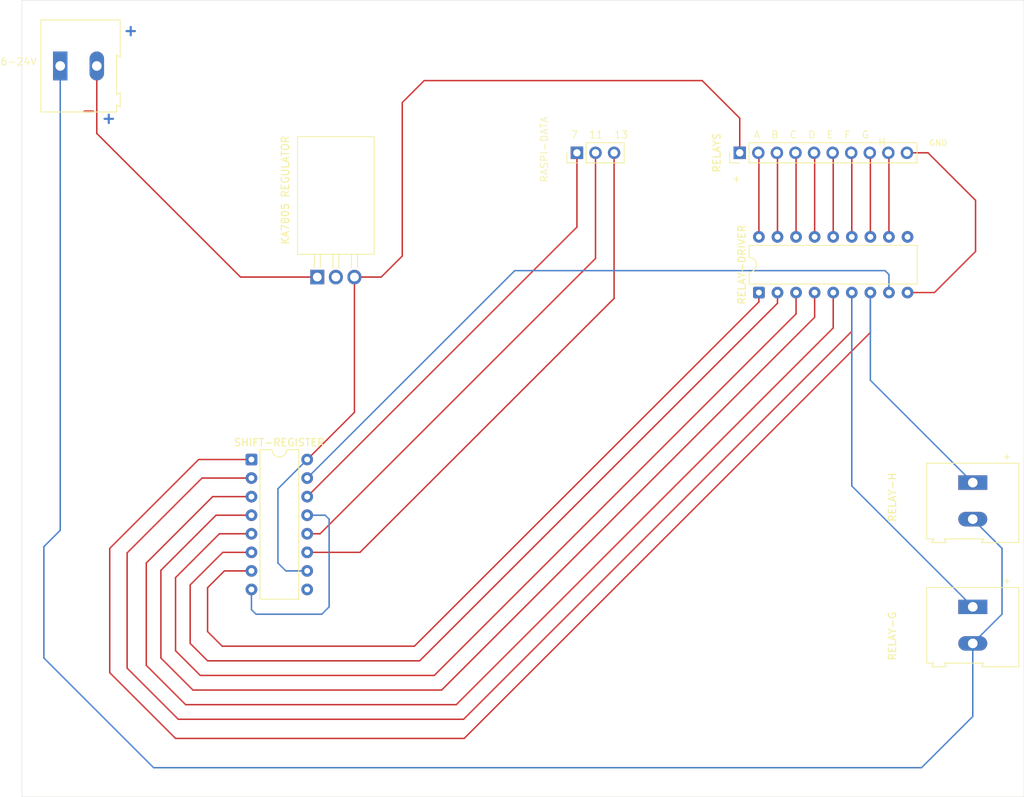
<source format=kicad_pcb>
(kicad_pcb (version 20241229) (generator "pcbnew") (generator_version "9.0")
  (layers (0 "F.Cu" signal) (2 "B.Cu" signal) (13 "F.Paste" user) (15 "B.Paste" user) (5 "F.SilkS" user "F.Silkscreen") (7 "B.SilkS" user "B.Silkscreen") (1 "F.Mask" user) (3 "B.Mask" user) (25 "Edge.Cuts" user))
  (net 0 "")
  (footprint "Package_DIP:CERDIP-16_W7.62mm_SideBrazed" (layer "F.Cu") (at 55.38 85.84)
    (property "Reference" "SHIFT-REGISTER" (at 3.81 -2.33 0) (layer "F.SilkS"))
    (property "Value" "Shift-Register-1")
    (fp_line (start 1.16 -1.33) (end 1.16 19.11) (stroke (width 0.12)) (layer "F.SilkS"))
    (fp_line (start 1.16 19.11) (end 6.46 19.11) (stroke (width 0.12)) (layer "F.SilkS"))
    (fp_line (start 2.81 -1.33) (end 1.16 -1.33) (stroke (width 0.12)) (layer "F.SilkS"))
    (fp_line (start 6.46 -1.33) (end 4.81 -1.33) (stroke (width 0.12)) (layer "F.SilkS"))
    (fp_line (start 6.46 19.11) (end 6.46 -1.33) (stroke (width 0.12)) (layer "F.SilkS"))
    (fp_arc (start 4.81 -1.33) (mid 3.81 -0.33) (end 2.81 -1.33) (stroke (width 0.12)) (layer "F.SilkS"))
    (pad "1" thru_hole roundrect (at 0 0) (size 1.6 1.6) (drill 0.8) (layers "*.Cu" "*.Mask") (roundrect_rratio 0.15625))
    (pad "2" thru_hole circle (at 0 2.54) (size 1.6 1.6) (drill 0.8) (layers "*.Cu" "*.Mask"))
    (pad "3" thru_hole circle (at 0 5.08) (size 1.6 1.6) (drill 0.8) (layers "*.Cu" "*.Mask"))
    (pad "4" thru_hole circle (at 0 7.62) (size 1.6 1.6) (drill 0.8) (layers "*.Cu" "*.Mask"))
    (pad "5" thru_hole circle (at 0 10.16) (size 1.6 1.6) (drill 0.8) (layers "*.Cu" "*.Mask"))
    (pad "6" thru_hole circle (at 0 12.7) (size 1.6 1.6) (drill 0.8) (layers "*.Cu" "*.Mask"))
    (pad "7" thru_hole circle (at 0 15.24) (size 1.6 1.6) (drill 0.8) (layers "*.Cu" "*.Mask"))
    (pad "8" thru_hole circle (at 0 17.78) (size 1.6 1.6) (drill 0.8) (layers "*.Cu" "*.Mask"))
    (pad "9" thru_hole circle (at 7.62 17.78) (size 1.6 1.6) (drill 0.8) (layers "*.Cu" "*.Mask"))
    (pad "10" thru_hole circle (at 7.62 15.24) (size 1.6 1.6) (drill 0.8) (layers "*.Cu" "*.Mask"))
    (pad "11" thru_hole circle (at 7.62 12.7) (size 1.6 1.6) (drill 0.8) (layers "*.Cu" "*.Mask"))
    (pad "12" thru_hole circle (at 7.62 10.16) (size 1.6 1.6) (drill 0.8) (layers "*.Cu" "*.Mask"))
    (pad "13" thru_hole circle (at 7.62 7.62) (size 1.6 1.6) (drill 0.8) (layers "*.Cu" "*.Mask"))
    (pad "14" thru_hole circle (at 7.62 5.08) (size 1.6 1.6) (drill 0.8) (layers "*.Cu" "*.Mask"))
    (pad "15" thru_hole circle (at 7.62 2.54) (size 1.6 1.6) (drill 0.8) (layers "*.Cu" "*.Mask"))
    (pad "16" thru_hole circle (at 7.62 0) (size 1.6 1.6) (drill 0.8) (layers "*.Cu" "*.Mask"))
  )
  (footprint "Package_TO_SOT_THT:TO-220F-3_Horizontal_TabDown" (layer "F.Cu") (at 64.38 60.88)
    (property "Reference" "KA7805 REGULATOR" (at -4.38 -11.88 90) (layer "F.SilkS"))
    (property "Value" "TO-220F-3_Horizontal_TabDown")
    (fp_line (start -2.7 -19.21) (end 7.78 -19.21) (stroke (width 0.12)) (layer "F.SilkS"))
    (fp_line (start -2.7 -3.12) (end -2.7 -19.21) (stroke (width 0.12)) (layer "F.SilkS"))
    (fp_line (start -2.7 -3.12) (end 7.78 -3.12) (stroke (width 0.12)) (layer "F.SilkS"))
    (fp_line (start -0.41 -3.12) (end -0.41 -1.26) (stroke (width 0.12)) (layer "F.SilkS"))
    (fp_line (start 0.41 -3.12) (end 0.41 -1.26) (stroke (width 0.12)) (layer "F.SilkS"))
    (fp_line (start 2.13 -3.12) (end 2.13 -1.26) (stroke (width 0.12)) (layer "F.SilkS"))
    (fp_line (start 2.95 -3.12) (end 2.95 -1.26) (stroke (width 0.12)) (layer "F.SilkS"))
    (fp_line (start 4.67 -3.12) (end 4.67 -1.26) (stroke (width 0.12)) (layer "F.SilkS"))
    (fp_line (start 5.49 -3.12) (end 5.49 -1.26) (stroke (width 0.12)) (layer "F.SilkS"))
    (fp_line (start 7.78 -3.12) (end 7.78 -19.21) (stroke (width 0.12)) (layer "F.SilkS"))
    (pad "" np_thru_hole circle (at 2.54 -15.8) (size 3.5 3.5) (drill 3.5) (layers "*.Cu" "*.Mask"))
    (pad "1" thru_hole rect (at 0 0) (size 1.905 2) (drill 1.2) (layers "*.Cu" "*.Mask"))
    (pad "2" thru_hole oval (at 2.54 0) (size 1.905 2) (drill 1.2) (layers "*.Cu" "*.Mask"))
    (pad "3" thru_hole oval (at 5.08 0) (size 1.905 2) (drill 1.2) (layers "*.Cu" "*.Mask"))
  )
  (footprint "TerminalBlock:TerminalBlock_Altech_AK300-2_P5.00mm" (layer "F.Cu") (at 154 106 -90)
    (property "Reference" "RELAY-G" (at 4 11 90) (layer "F.SilkS"))
    (property "Value" "TerminalBlock_Altech_AK300-2_P5.00mm")
    (fp_line (start -2.65 6.3) (end 7.7 6.3) (stroke (width 0.12)) (layer "F.SilkS"))
    (fp_line (start 7.7 6.3) (end 7.7 5.35) (stroke (width 0.12)) (layer "F.SilkS"))
    (fp_line (start 8.2 5.6) (end 8.2 3.7) (stroke (width 0.12)) (layer "F.SilkS"))
    (fp_line (start 7.7 5.35) (end 8.2 5.6) (stroke (width 0.12)) (layer "F.SilkS"))
    (fp_line (start 7.7 3.9) (end 7.7 -1.5) (stroke (width 0.12)) (layer "F.SilkS"))
    (fp_line (start 8.2 3.7) (end 8.2 3.65) (stroke (width 0.12)) (layer "F.SilkS"))
    (fp_line (start 8.2 3.65) (end 7.7 3.9) (stroke (width 0.12)) (layer "F.SilkS"))
    (fp_line (start 8.2 -1.2) (end 8.2 -6.3) (stroke (width 0.12)) (layer "F.SilkS"))
    (fp_line (start 7.7 -1.5) (end 8.2 -1.2) (stroke (width 0.12)) (layer "F.SilkS"))
    (fp_line (start -2.65 -6.3) (end -2.65 6.3) (stroke (width 0.12)) (layer "F.SilkS"))
    (fp_line (start 8.2 -6.3) (end -2.65 -6.3) (stroke (width 0.12)) (layer "F.SilkS"))
    (pad "1" thru_hole rect (at 0 0 270) (size 1.98 3.96) (drill 1.32) (layers "*.Cu" "*.Mask"))
    (pad "2" thru_hole oval (at 5 0 270) (size 1.98 3.96) (drill 1.32) (layers "*.Cu" "*.Mask"))
  )
  (footprint "TerminalBlock:TerminalBlock_Altech_AK300-2_P5.00mm" (layer "F.Cu") (at 29.235 32)
    (property "Reference" "5-12V" (hide yes))
    (property "Value" "PWR")
    (fp_line (start -2.65 -6.3) (end -2.65 6.3) (stroke (width 0.12)) (layer "F.SilkS"))
    (fp_line (start -2.65 6.3) (end 7.7 6.3) (stroke (width 0.12)) (layer "F.SilkS"))
    (fp_line (start 7.7 -1.5) (end 8.2 -1.2) (stroke (width 0.12)) (layer "F.SilkS"))
    (fp_line (start 7.7 3.9) (end 7.7 -1.5) (stroke (width 0.12)) (layer "F.SilkS"))
    (fp_line (start 7.7 5.35) (end 8.2 5.6) (stroke (width 0.12)) (layer "F.SilkS"))
    (fp_line (start 7.7 6.3) (end 7.7 5.35) (stroke (width 0.12)) (layer "F.SilkS"))
    (fp_line (start 8.2 -6.3) (end -2.65 -6.3) (stroke (width 0.12)) (layer "F.SilkS"))
    (fp_line (start 8.2 -1.2) (end 8.2 -6.3) (stroke (width 0.12)) (layer "F.SilkS"))
    (fp_line (start 8.2 3.65) (end 7.7 3.9) (stroke (width 0.12)) (layer "F.SilkS"))
    (fp_line (start 8.2 3.7) (end 8.2 3.65) (stroke (width 0.12)) (layer "F.SilkS"))
    (fp_line (start 8.2 5.6) (end 8.2 3.7) (stroke (width 0.12)) (layer "F.SilkS"))
    (pad "1" thru_hole rect (at 0 0) (size 1.98 3.96) (drill 1.32) (layers "*.Cu" "*.Mask"))
    (pad "2" thru_hole oval (at 5 0) (size 1.98 3.96) (drill 1.32) (layers "*.Cu" "*.Mask"))
  )
  (footprint "Connector_PinHeader_2.54mm:PinHeader_1x10_P2.54mm_Vertical" (layer "F.Cu") (at 122.14 43.88 90)
    (property "Reference" "RELAYS" (at 0 -3.14 90) (layer "F.SilkS"))
    (property "Value" "Relay-Board")
    (fp_line (start -1.38 -1.38) (end 0 -1.38) (stroke (width 0.12)) (layer "F.SilkS"))
    (fp_line (start -1.38 0) (end -1.38 -1.38) (stroke (width 0.12)) (layer "F.SilkS"))
    (fp_line (start 1.38 1.27) (end 1.38 24.24) (stroke (width 0.12)) (layer "F.SilkS"))
    (fp_line (start -1.38 1.27) (end 1.38 1.27) (stroke (width 0.12)) (layer "F.SilkS"))
    (fp_line (start -1.38 1.27) (end -1.38 24.24) (stroke (width 0.12)) (layer "F.SilkS"))
    (fp_line (start -1.38 24.24) (end 1.38 24.24) (stroke (width 0.12)) (layer "F.SilkS"))
    (pad "1" thru_hole rect (at 0 0 90) (size 1.7 1.7) (drill 1) (layers "*.Cu" "*.Mask"))
    (pad "2" thru_hole circle (at 0 2.54 90) (size 1.7 1.7) (drill 1) (layers "*.Cu" "*.Mask"))
    (pad "3" thru_hole circle (at 0 5.08 90) (size 1.7 1.7) (drill 1) (layers "*.Cu" "*.Mask"))
    (pad "4" thru_hole circle (at 0 7.62 90) (size 1.7 1.7) (drill 1) (layers "*.Cu" "*.Mask"))
    (pad "5" thru_hole circle (at 0 10.16 90) (size 1.7 1.7) (drill 1) (layers "*.Cu" "*.Mask"))
    (pad "6" thru_hole circle (at 0 12.7 90) (size 1.7 1.7) (drill 1) (layers "*.Cu" "*.Mask"))
    (pad "7" thru_hole circle (at 0 15.24 90) (size 1.7 1.7) (drill 1) (layers "*.Cu" "*.Mask"))
    (pad "8" thru_hole circle (at 0 17.78 90) (size 1.7 1.7) (drill 1) (layers "*.Cu" "*.Mask"))
    (pad "9" thru_hole circle (at 0 20.32 90) (size 1.7 1.7) (drill 1) (layers "*.Cu" "*.Mask"))
    (pad "10" thru_hole circle (at 0 22.86 90) (size 1.7 1.7) (drill 1) (layers "*.Cu" "*.Mask"))
  )
  (footprint "Connector_PinHeader_2.54mm:PinHeader_1x03_P2.54mm_Vertical" (layer "F.Cu") (at 99.88 43.88 90)
    (property "Reference" "REF**" (hide yes))
    (property "Value" "Raspi-Data")
    (fp_line (start -1.38 -1.38) (end 0 -1.38) (stroke (width 0.12)) (layer "F.SilkS"))
    (fp_line (start -1.38 0) (end -1.38 -1.38) (stroke (width 0.12)) (layer "F.SilkS"))
    (fp_line (start 1.38 1.27) (end 1.38 6.46) (stroke (width 0.12)) (layer "F.SilkS"))
    (fp_line (start -1.38 1.27) (end 1.38 1.27) (stroke (width 0.12)) (layer "F.SilkS"))
    (fp_line (start -1.38 1.27) (end -1.38 6.46) (stroke (width 0.12)) (layer "F.SilkS"))
    (fp_line (start -1.38 6.46) (end 1.38 6.46) (stroke (width 0.12)) (layer "F.SilkS"))
    (pad "1" thru_hole rect (at 0 0 90) (size 1.7 1.7) (drill 1) (layers "*.Cu" "*.Mask"))
    (pad "2" thru_hole circle (at 0 2.54 90) (size 1.7 1.7) (drill 1) (layers "*.Cu" "*.Mask"))
    (pad "3" thru_hole circle (at 0 5.08 90) (size 1.7 1.7) (drill 1) (layers "*.Cu" "*.Mask"))
  )
  (footprint "TerminalBlock:TerminalBlock_Altech_AK300-2_P5.00mm" (layer "F.Cu") (at 154 89 -90)
    (property "Reference" "RELAY-H" (at 2 11 90) (layer "F.SilkS"))
    (property "Value" "TerminalBlock_Altech_AK300-2_P5.00mm")
    (fp_line (start -2.65 6.3) (end 7.7 6.3) (stroke (width 0.12)) (layer "F.SilkS"))
    (fp_line (start 7.7 6.3) (end 7.7 5.35) (stroke (width 0.12)) (layer "F.SilkS"))
    (fp_line (start 8.2 5.6) (end 8.2 3.7) (stroke (width 0.12)) (layer "F.SilkS"))
    (fp_line (start 7.7 5.35) (end 8.2 5.6) (stroke (width 0.12)) (layer "F.SilkS"))
    (fp_line (start 7.7 3.9) (end 7.7 -1.5) (stroke (width 0.12)) (layer "F.SilkS"))
    (fp_line (start 8.2 3.7) (end 8.2 3.65) (stroke (width 0.12)) (layer "F.SilkS"))
    (fp_line (start 8.2 3.65) (end 7.7 3.9) (stroke (width 0.12)) (layer "F.SilkS"))
    (fp_line (start 8.2 -1.2) (end 8.2 -6.3) (stroke (width 0.12)) (layer "F.SilkS"))
    (fp_line (start 7.7 -1.5) (end 8.2 -1.2) (stroke (width 0.12)) (layer "F.SilkS"))
    (fp_line (start -2.65 -6.3) (end -2.65 6.3) (stroke (width 0.12)) (layer "F.SilkS"))
    (fp_line (start 8.2 -6.3) (end -2.65 -6.3) (stroke (width 0.12)) (layer "F.SilkS"))
    (pad "1" thru_hole rect (at 0 0 270) (size 1.98 3.96) (drill 1.32) (layers "*.Cu" "*.Mask"))
    (pad "2" thru_hole oval (at 5 0 270) (size 1.98 3.96) (drill 1.32) (layers "*.Cu" "*.Mask"))
  )
  (footprint "Package_DIP:CERDIP-18_W7.62mm_SideBrazed" (layer "F.Cu") (at 124.76 63 90)
    (property "Reference" "RELAY-DRIVER" (at 3.81 -2.33 90) (layer "F.SilkS"))
    (property "Value" "Relay-Driver-ULN2803")
    (fp_line (start 6.46 -1.33) (end 4.81 -1.33) (stroke (width 0.12)) (layer "F.SilkS"))
    (fp_line (start 2.81 -1.33) (end 1.16 -1.33) (stroke (width 0.12)) (layer "F.SilkS"))
    (fp_line (start 1.16 -1.33) (end 1.16 21.65) (stroke (width 0.12)) (layer "F.SilkS"))
    (fp_line (start 6.46 21.65) (end 6.46 -1.33) (stroke (width 0.12)) (layer "F.SilkS"))
    (fp_line (start 1.16 21.65) (end 6.46 21.65) (stroke (width 0.12)) (layer "F.SilkS"))
    (fp_arc (start 4.81 -1.33) (mid 3.81 -0.33) (end 2.81 -1.33) (stroke (width 0.12)) (layer "F.SilkS"))
    (pad "1" thru_hole roundrect (at 0 0 90) (size 1.6 1.6) (drill 0.8) (layers "*.Cu" "*.Mask") (roundrect_rratio 0.15625))
    (pad "2" thru_hole circle (at 0 2.54 90) (size 1.6 1.6) (drill 0.8) (layers "*.Cu" "*.Mask"))
    (pad "3" thru_hole circle (at 0 5.08 90) (size 1.6 1.6) (drill 0.8) (layers "*.Cu" "*.Mask"))
    (pad "4" thru_hole circle (at 0 7.62 90) (size 1.6 1.6) (drill 0.8) (layers "*.Cu" "*.Mask"))
    (pad "5" thru_hole circle (at 0 10.16 90) (size 1.6 1.6) (drill 0.8) (layers "*.Cu" "*.Mask"))
    (pad "6" thru_hole circle (at 0 12.7 90) (size 1.6 1.6) (drill 0.8) (layers "*.Cu" "*.Mask"))
    (pad "7" thru_hole circle (at 0 15.24 90) (size 1.6 1.6) (drill 0.8) (layers "*.Cu" "*.Mask"))
    (pad "8" thru_hole circle (at 0 17.78 90) (size 1.6 1.6) (drill 0.8) (layers "*.Cu" "*.Mask"))
    (pad "9" thru_hole circle (at 0 20.32 90) (size 1.6 1.6) (drill 0.8) (layers "*.Cu" "*.Mask"))
    (pad "10" thru_hole circle (at 7.62 20.32 90) (size 1.6 1.6) (drill 0.8) (layers "*.Cu" "*.Mask"))
    (pad "11" thru_hole circle (at 7.62 17.78 90) (size 1.6 1.6) (drill 0.8) (layers "*.Cu" "*.Mask"))
    (pad "12" thru_hole circle (at 7.62 15.24 90) (size 1.6 1.6) (drill 0.8) (layers "*.Cu" "*.Mask"))
    (pad "13" thru_hole circle (at 7.62 12.7 90) (size 1.6 1.6) (drill 0.8) (layers "*.Cu" "*.Mask"))
    (pad "14" thru_hole circle (at 7.62 10.16 90) (size 1.6 1.6) (drill 0.8) (layers "*.Cu" "*.Mask"))
    (pad "15" thru_hole circle (at 7.62 7.62 90) (size 1.6 1.6) (drill 0.8) (layers "*.Cu" "*.Mask"))
    (pad "16" thru_hole circle (at 7.62 5.08 90) (size 1.6 1.6) (drill 0.8) (layers "*.Cu" "*.Mask"))
    (pad "17" thru_hole circle (at 7.62 2.54 90) (size 1.6 1.6) (drill 0.8) (layers "*.Cu" "*.Mask"))
    (pad "18" thru_hole circle (at 7.62 0 90) (size 1.6 1.6) (drill 0.8) (layers "*.Cu" "*.Mask"))
  )
  (gr_rect (start 24 23) (end 161 132) (stroke (width 0.05)) (fill no) (layer "Edge.Cuts"))
  (gr_text "-" (at 32 39 0) (layer "F.Cu") (effects (font (size 1.5 1.5) (thickness 0.3) (bold yes)) (justify left bottom)))
  (gr_text "+" (at 37 40 0) (layer "B.Cu") (effects (font (size 1.5 1.5) (thickness 0.3) (bold yes)) (justify left bottom mirror)))
  (gr_text "+" (at 40 28 0) (layer "B.Cu") (effects (font (size 1.5 1.5) (thickness 0.3) (bold yes)) (justify left bottom mirror)))
  (gr_text "6-24V" (at 21 32 0) (layer "F.SilkS") (effects (font (size 1 1) (thickness 0.1)) (justify left bottom)))
  (gr_text "GND" (at 148 43 0) (layer "F.SilkS") (effects (font (size 0.8 0.8) (thickness 0.1)) (justify left bottom)))
  (gr_text "+" (at 158 103 0) (layer "F.SilkS") (effects (font (size 1 1) (thickness 0.1)) (justify left bottom)))
  (gr_text "7  11  13" (at 99 42 0) (layer "F.SilkS") (effects (font (size 1 1) (thickness 0.1)) (justify left bottom)))
  (gr_text "H" (at 141 43 0) (layer "F.SilkS") (effects (font (size 1 1) (thickness 0.1)) (justify left bottom)))
  (gr_text "+" (at 121 48 0) (layer "F.SilkS") (effects (font (size 1 1) (thickness 0.1)) (justify left bottom)))
  (gr_text "A  B  C  D  E  F  G" (at 124 42 0) (layer "F.SilkS") (effects (font (size 1 1) (thickness 0.1)) (justify left bottom)))
  (gr_text "RASPI-DATA" (at 96 48 90) (layer "F.SilkS") (effects (font (size 1 1) (thickness 0.1)) (justify left bottom)))
  (gr_text "+" (at 158 86 0) (layer "F.SilkS") (effects (font (size 1 1) (thickness 0.1)) (justify left bottom)))
  (segment (start 36 98) (end 36 115) (width 0.2) (layer "F.Cu") (net 0))
  (segment (start 73.12 60.88) (end 76 58) (width 0.2) (layer "F.Cu") (net 0))
  (segment (start 134.92 43.96) (end 134.84 43.88) (width 0.2) (layer "F.Cu") (net 0))
  (segment (start 53.88 60.88) (end 34.235 41.235) (width 0.2) (layer "F.Cu") (net 0))
  (segment (start 84.38 121.38) (end 137.46 68.3) (width 0.2) (layer "F.Cu") (net 0))
  (segment (start 81.38 117.38) (end 132.38 66.38) (width 0.2) (layer "F.Cu") (net 0))
  (segment (start 140 43.96) (end 139.92 43.88) (width 0.2) (layer "F.Cu") (net 0))
  (segment (start 137.46 43.96) (end 137.38 43.88) (width 0.2) (layer "F.Cu") (net 0))
  (segment (start 55.38 96) (end 51 96) (width 0.2) (layer "F.Cu") (net 0))
  (segment (start 51.68 101.08) (end 49.38 103.38) (width 0.2) (layer "F.Cu") (net 0))
  (segment (start 145.08 63) (end 148.76 63) (width 0.2) (layer "F.Cu") (net 0))
  (segment (start 83.38 119.38) (end 134.92 67.84) (width 0.2) (layer "F.Cu") (net 0))
  (segment (start 45 124) (end 84.464335 124) (width 0.2) (layer "F.Cu") (net 0))
  (segment (start 48.16 85.84) (end 36 98) (width 0.2) (layer "F.Cu") (net 0))
  (segment (start 47 103) (end 51.46 98.54) (width 0.2) (layer "F.Cu") (net 0))
  (segment (start 43 101) (end 43 113) (width 0.2) (layer "F.Cu") (net 0))
  (segment (start 127.3 43.96) (end 127.22 43.88) (width 0.2) (layer "F.Cu") (net 0))
  (segment (start 48.62 88.38) (end 38.38 98.62) (width 0.2) (layer "F.Cu") (net 0))
  (segment (start 41 114) (end 46.38 119.38) (width 0.2) (layer "F.Cu") (net 0))
  (segment (start 104.96 43.88) (end 104.96 63.8) (width 0.2) (layer "F.Cu") (net 0))
  (segment (start 142.54 43.96) (end 142.46 43.88) (width 0.2) (layer "F.Cu") (net 0))
  (segment (start 84.464335 124) (end 140 68.464335) (width 0.2) (layer "F.Cu") (net 0))
  (segment (start 137.46 68.3) (end 137.46 63) (width 0.2) (layer "F.Cu") (net 0))
  (segment (start 132.38 66.38) (end 132.38 63) (width 0.2) (layer "F.Cu") (net 0))
  (segment (start 99.88 43.88) (end 99.88 54.04) (width 0.2) (layer "F.Cu") (net 0))
  (segment (start 117 34) (end 122.14 39.14) (width 0.2) (layer "F.Cu") (net 0))
  (segment (start 78.38 113.38) (end 49.38 113.38) (width 0.2) (layer "F.Cu") (net 0))
  (segment (start 80.38 115.38) (end 129.84 65.92) (width 0.2) (layer "F.Cu") (net 0))
  (segment (start 55.38 85.84) (end 48.16 85.84) (width 0.2) (layer "F.Cu") (net 0))
  (segment (start 43 113) (end 47.38 117.38) (width 0.2) (layer "F.Cu") (net 0))
  (segment (start 142.54 55.38) (end 142.54 43.96) (width 0.2) (layer "F.Cu") (net 0))
  (segment (start 134.92 55.38) (end 134.92 43.96) (width 0.2) (layer "F.Cu") (net 0))
  (segment (start 140 55.38) (end 140 43.96) (width 0.2) (layer "F.Cu") (net 0))
  (segment (start 124.76 64.275336) (end 124.76 63) (width 0.2) (layer "F.Cu") (net 0))
  (segment (start 55.38 93.46) (end 50.54 93.46) (width 0.2) (layer "F.Cu") (net 0))
  (segment (start 70.22 98.54) (end 63 98.54) (width 0.2) (layer "F.Cu") (net 0))
  (segment (start 48.38 115.38) (end 80.38 115.38) (width 0.2) (layer "F.Cu") (net 0))
  (segment (start 38.38 114.38) (end 45.38 121.38) (width 0.2) (layer "F.Cu") (net 0))
  (segment (start 132.38 43.96) (end 132.3 43.88) (width 0.2) (layer "F.Cu") (net 0))
  (segment (start 129.84 65.92) (end 129.84 63) (width 0.2) (layer "F.Cu") (net 0))
  (segment (start 41 100) (end 41 114) (width 0.2) (layer "F.Cu") (net 0))
  (segment (start 127.3 55.38) (end 127.3 43.96) (width 0.2) (layer "F.Cu") (net 0))
  (segment (start 46.38 119.38) (end 83.38 119.38) (width 0.2) (layer "F.Cu") (net 0))
  (segment (start 55.38 90.92) (end 50.08 90.92) (width 0.2) (layer "F.Cu") (net 0))
  (segment (start 64.38 60.88) (end 53.88 60.88) (width 0.2) (layer "F.Cu") (net 0))
  (segment (start 51 96) (end 45 102) (width 0.2) (layer "F.Cu") (net 0))
  (segment (start 36 115) (end 45 124) (width 0.2) (layer "F.Cu") (net 0))
  (segment (start 64.76 96) (end 63 96) (width 0.2) (layer "F.Cu") (net 0))
  (segment (start 51.38 111.38) (end 77.655336 111.38) (width 0.2) (layer "F.Cu") (net 0))
  (segment (start 49.38 113.38) (end 47 111) (width 0.2) (layer "F.Cu") (net 0))
  (segment (start 154.38 57.38) (end 154.38 50.38) (width 0.2) (layer "F.Cu") (net 0))
  (segment (start 47 111) (end 47 103) (width 0.2) (layer "F.Cu") (net 0))
  (segment (start 102.42 58.34) (end 64.76 96) (width 0.2) (layer "F.Cu") (net 0))
  (segment (start 79 34) (end 117 34) (width 0.2) (layer "F.Cu") (net 0))
  (segment (start 127.3 64.46) (end 78.38 113.38) (width 0.2) (layer "F.Cu") (net 0))
  (segment (start 34.235 41.235) (end 34.235 32) (width 0.2) (layer "F.Cu") (net 0))
  (segment (start 76 37) (end 79 34) (width 0.2) (layer "F.Cu") (net 0))
  (segment (start 76 58) (end 76 37) (width 0.2) (layer "F.Cu") (net 0))
  (segment (start 49.38 109.38) (end 51.38 111.38) (width 0.2) (layer "F.Cu") (net 0))
  (segment (start 55.38 101.08) (end 51.68 101.08) (width 0.2) (layer "F.Cu") (net 0))
  (segment (start 154.38 50.38) (end 147.88 43.88) (width 0.2) (layer "F.Cu") (net 0))
  (segment (start 147.88 43.88) (end 145 43.88) (width 0.2) (layer "F.Cu") (net 0))
  (segment (start 104.96 63.8) (end 104.38 64.38) (width 0.2) (layer "F.Cu") (net 0))
  (segment (start 49.38 103.38) (end 49.38 109.38) (width 0.2) (layer "F.Cu") (net 0))
  (segment (start 38.38 98.62) (end 38.38 114.38) (width 0.2) (layer "F.Cu") (net 0))
  (segment (start 77.655336 111.38) (end 124.76 64.275336) (width 0.2) (layer "F.Cu") (net 0))
  (segment (start 102.42 43.88) (end 102.42 58.34) (width 0.2) (layer "F.Cu") (net 0))
  (segment (start 99.88 54.04) (end 63 90.92) (width 0.2) (layer "F.Cu") (net 0))
  (segment (start 124.76 43.96) (end 124.68 43.88) (width 0.2) (layer "F.Cu") (net 0))
  (segment (start 134.92 67.84) (end 134.92 63) (width 0.2) (layer "F.Cu") (net 0))
  (segment (start 50.08 90.92) (end 41 100) (width 0.2) (layer "F.Cu") (net 0))
  (segment (start 148.76 63) (end 154.38 57.38) (width 0.2) (layer "F.Cu") (net 0))
  (segment (start 69.46 79.38) (end 63 85.84) (width 0.2) (layer "F.Cu") (net 0))
  (segment (start 50.54 93.46) (end 43 101) (width 0.2) (layer "F.Cu") (net 0))
  (segment (start 140 68.464335) (end 140 63) (width 0.2) (layer "F.Cu") (net 0))
  (segment (start 127.3 63) (end 127.3 64.46) (width 0.2) (layer "F.Cu") (net 0))
  (segment (start 129.84 55.38) (end 129.84 43.96) (width 0.2) (layer "F.Cu") (net 0))
  (segment (start 51.46 98.54) (end 55.38 98.54) (width 0.2) (layer "F.Cu") (net 0))
  (segment (start 129.84 43.96) (end 129.76 43.88) (width 0.2) (layer "F.Cu") (net 0))
  (segment (start 122.14 39.14) (end 122.14 43.88) (width 0.2) (layer "F.Cu") (net 0))
  (segment (start 45.38 121.38) (end 84.38 121.38) (width 0.2) (layer "F.Cu") (net 0))
  (segment (start 69.46 60.88) (end 73.12 60.88) (width 0.2) (layer "F.Cu") (net 0))
  (segment (start 69.46 60.88) (end 69.46 79.38) (width 0.2) (layer "F.Cu") (net 0))
  (segment (start 132.38 55.38) (end 132.38 43.96) (width 0.2) (layer "F.Cu") (net 0))
  (segment (start 47.38 117.38) (end 81.38 117.38) (width 0.2) (layer "F.Cu") (net 0))
  (segment (start 124.76 55.38) (end 124.76 43.96) (width 0.2) (layer "F.Cu") (net 0))
  (segment (start 137.46 55.38) (end 137.46 43.96) (width 0.2) (layer "F.Cu") (net 0))
  (segment (start 104.38 64.38) (end 70.22 98.54) (width 0.2) (layer "F.Cu") (net 0))
  (segment (start 55.38 88.38) (end 48.62 88.38) (width 0.2) (layer "F.Cu") (net 0))
  (segment (start 45 112) (end 48.38 115.38) (width 0.2) (layer "F.Cu") (net 0))
  (segment (start 45 102) (end 45 112) (width 0.2) (layer "F.Cu") (net 0))
  (segment (start 137.46 63) (end 137.46 89.46) (width 0.2) (layer "B.Cu") (net 0))
  (segment (start 140 75) (end 154 89) (width 0.2) (layer "B.Cu") (net 0))
  (segment (start 29.235 48.235) (end 29.235 32) (width 0.2) (layer "B.Cu") (net 0))
  (segment (start 42 128) (end 27 113) (width 0.2) (layer "B.Cu") (net 0))
  (segment (start 63 88.38) (end 91.38 60) (width 0.2) (layer "B.Cu") (net 0))
  (segment (start 158 98) (end 158 107) (width 0.2) (layer "B.Cu") (net 0))
  (segment (start 66 106) (end 65 107) (width 0.2) (layer "B.Cu") (net 0))
  (segment (start 29.235 95.525) (end 29.235 32) (width 0.2) (layer "B.Cu") (net 0))
  (segment (start 154 121) (end 147 128) (width 0.2) (layer "B.Cu") (net 0))
  (segment (start 59 100) (end 60.08 101.08) (width 0.2) (layer "B.Cu") (net 0))
  (segment (start 142 60) (end 142.54 60.54) (width 0.2) (layer "B.Cu") (net 0))
  (segment (start 147 128) (end 42 128) (width 0.2) (layer "B.Cu") (net 0))
  (segment (start 142.54 60.54) (end 142.54 63) (width 0.2) (layer "B.Cu") (net 0))
  (segment (start 65 107) (end 56 107) (width 0.2) (layer "B.Cu") (net 0))
  (segment (start 60.08 101.08) (end 63 101.08) (width 0.2) (layer "B.Cu") (net 0))
  (segment (start 140 63) (end 140 75) (width 0.2) (layer "B.Cu") (net 0))
  (segment (start 154 111) (end 154 121) (width 0.2) (layer "B.Cu") (net 0))
  (segment (start 65.46 93.46) (end 66 94) (width 0.2) (layer "B.Cu") (net 0))
  (segment (start 91.38 60) (end 142 60) (width 0.2) (layer "B.Cu") (net 0))
  (segment (start 137.46 89.46) (end 154 106) (width 0.2) (layer "B.Cu") (net 0))
  (segment (start 56 107) (end 55.38 106.38) (width 0.2) (layer "B.Cu") (net 0))
  (segment (start 158 107) (end 154 111) (width 0.2) (layer "B.Cu") (net 0))
  (segment (start 59 89.84) (end 59 100) (width 0.2) (layer "B.Cu") (net 0))
  (segment (start 63 85.84) (end 59 89.84) (width 0.2) (layer "B.Cu") (net 0))
  (segment (start 154 94) (end 158 98) (width 0.2) (layer "B.Cu") (net 0))
  (segment (start 66 94) (end 66 106) (width 0.2) (layer "B.Cu") (net 0))
  (segment (start 63 93.46) (end 65.46 93.46) (width 0.2) (layer "B.Cu") (net 0))
  (segment (start 27 97.76) (end 29.235 95.525) (width 0.2) (layer "B.Cu") (net 0))
  (segment (start 27 113) (end 27 97.76) (width 0.2) (layer "B.Cu") (net 0))
  (segment (start 55.38 106.38) (end 55.38 103.62) (width 0.2) (layer "B.Cu") (net 0))
)
</source>
